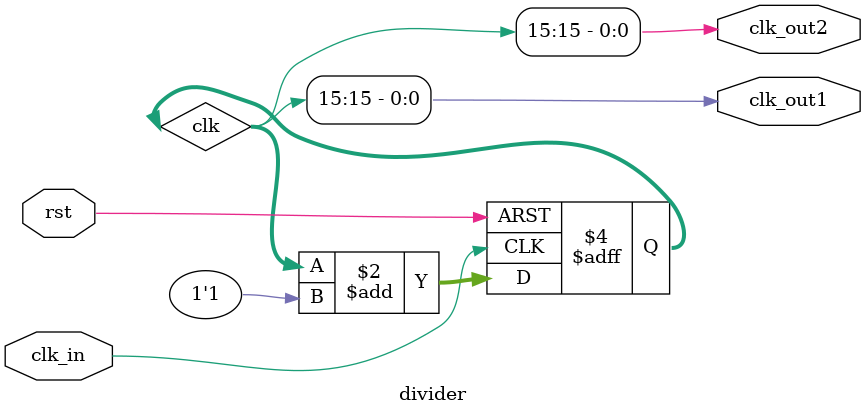
<source format=v>
`timescale 1ns / 1ps

module divider(
    input clk_in,
    input rst,
    output clk_out1,
    output clk_out2
    );
    reg [15:0] clk = 16'b0;
    always @(posedge clk_in or posedge rst)
    begin
        if(rst)
        begin
            clk <= 16'b0;
        end
        else
        begin
            clk <= clk + 1'b1;
        end
    end
    assign clk_out1 = clk[15];
    assign clk_out2 = clk[15];
endmodule

</source>
